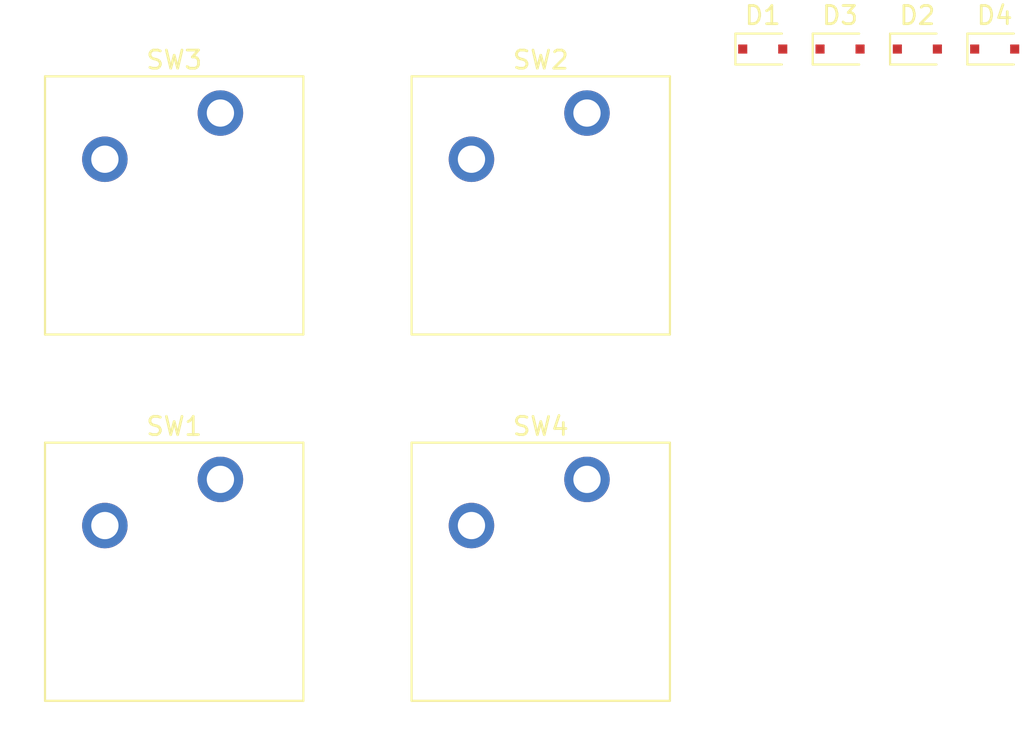
<source format=kicad_pcb>
(kicad_pcb (version 20211014) (generator pcbnew)
  (layers (0 "F.Cu" signal) (31 "B.Cu" signal) (34 "B.Paste" user) (35 "F.Paste" user) (36 "B.SilkS" user "B.Silkscreen") (37 "F.SilkS" user "F.Silkscreen") (38 "B.Mask" user) (39 "F.Mask" user) (44 "Edge.Cuts" user))
  (net 0 "")
  (net 1 "COL0")
  (net 2 "COL1")
  (net 3 "COL2")
  (net 4 "COL3")
  (net 5 "N$1")
  (net 6 "N$2")
  (net 7 "N$3")
  (net 8 "N$4")
  (net 9 "ROW0")
  (footprint "Diode_SMD:D_SOD-323F" (layer "F.Cu") (at 12.2 -28.75)
    (fp_text reference "D1" (at 0 -1.85) (layer "F.SilkS"))
    (fp_text value "D")
    (fp_line (start -1.5 -0.85) (end -1.5 0.85) (layer "F.SilkS") (width 0.12))
    (fp_line (start -1.5 0.85) (end 1.05 0.85) (layer "F.SilkS") (width 0.12))
    (fp_line (start -1.5 -0.85) (end 1.05 -0.85) (layer "F.SilkS") (width 0.12))
    (pad "1" smd rect locked (at -1.1 0) (size 0.5 0.5) (layers "F.Cu" "F.Paste" "F.Mask") (net 9 "ROW0"))
    (pad "2" smd rect locked (at 1.1 0) (size 0.5 0.5) (layers "F.Cu" "F.Paste" "F.Mask") (net 5 "N$1"))
  )
  (footprint "Diode_SMD:D_SOD-323F" (layer "F.Cu") (at 20.7 -28.75)
    (fp_text reference "D2" (at 0 -1.85) (layer "F.SilkS"))
    (fp_text value "D")
    (fp_line (start -1.5 -0.85) (end -1.5 0.85) (layer "F.SilkS") (width 0.12))
    (fp_line (start -1.5 -0.85) (end 1.05 -0.85) (layer "F.SilkS") (width 0.12))
    (fp_line (start -1.5 0.85) (end 1.05 0.85) (layer "F.SilkS") (width 0.12))
    (pad "1" smd rect locked (at -1.1 0) (size 0.5 0.5) (layers "F.Cu" "F.Paste" "F.Mask") (net 9 "ROW0"))
    (pad "2" smd rect locked (at 1.1 0) (size 0.5 0.5) (layers "F.Cu" "F.Paste" "F.Mask") (net 6 "N$2"))
  )
  (footprint "Diode_SMD:D_SOD-323F" (layer "F.Cu") (at 16.45 -28.75)
    (fp_text reference "D3" (at 0 -1.85) (layer "F.SilkS"))
    (fp_text value "D")
    (fp_line (start -1.5 -0.85) (end 1.05 -0.85) (layer "F.SilkS") (width 0.12))
    (fp_line (start -1.5 0.85) (end 1.05 0.85) (layer "F.SilkS") (width 0.12))
    (fp_line (start -1.5 -0.85) (end -1.5 0.85) (layer "F.SilkS") (width 0.12))
    (pad "1" smd rect locked (at -1.1 0) (size 0.5 0.5) (layers "F.Cu" "F.Paste" "F.Mask") (net 9 "ROW0"))
    (pad "2" smd rect locked (at 1.1 0) (size 0.5 0.5) (layers "F.Cu" "F.Paste" "F.Mask") (net 7 "N$3"))
  )
  (footprint "Diode_SMD:D_SOD-323F" (layer "F.Cu") (at 24.95 -28.75)
    (fp_text reference "D4" (at 0 -1.85) (layer "F.SilkS"))
    (fp_text value "D")
    (fp_line (start -1.5 -0.85) (end -1.5 0.85) (layer "F.SilkS") (width 0.12))
    (fp_line (start -1.5 0.85) (end 1.05 0.85) (layer "F.SilkS") (width 0.12))
    (fp_line (start -1.5 -0.85) (end 1.05 -0.85) (layer "F.SilkS") (width 0.12))
    (pad "1" smd rect locked (at -1.1 0) (size 0.5 0.5) (layers "F.Cu" "F.Paste" "F.Mask") (net 9 "ROW0"))
    (pad "2" smd rect locked (at 1.1 0) (size 0.5 0.5) (layers "F.Cu" "F.Paste" "F.Mask") (net 8 "N$4"))
  )
  (footprint "examples:SW_Cherry_MX_PCB_1.00u" (layer "F.Cu") (at -20.15 0)
    (fp_text reference "SW1" (at 0 -8) (layer "F.SilkS"))
    (fp_text value "SW_Push")
    (fp_line (start -7.1 7.1) (end 7.1 7.1) (layer "F.SilkS") (width 0.12))
    (fp_line (start 7.1 -7.1) (end -7.1 -7.1) (layer "F.SilkS") (width 0.12))
    (fp_line (start -7.1 -7.1) (end -7.1 7.1) (layer "F.SilkS") (width 0.12))
    (fp_line (start 7.1 7.1) (end 7.1 -7.1) (layer "F.SilkS") (width 0.12))
    (pad "" np_thru_hole circle locked (at 0 0) (size 4 4) (drill 4) (layers *.Cu *.Mask))
    (pad "" np_thru_hole circle locked (at -5.08 0) (size 1.75 1.75) (drill 1.75) (layers *.Cu *.Mask))
    (pad "" np_thru_hole circle locked (at 5.08 0) (size 1.75 1.75) (drill 1.75) (layers *.Cu *.Mask))
    (pad "1" thru_hole circle locked (at -3.81 -2.54) (size 2.5 2.5) (drill 1.5) (layers *.Cu "B.Mask") (net 1 "COL0"))
    (pad "2" thru_hole circle locked (at 2.54 -5.08) (size 2.5 2.5) (drill 1.5) (layers *.Cu "B.Mask") (net 5 "N$1"))
  )
  (footprint "examples:SW_Cherry_MX_PCB_1.00u" (layer "F.Cu") (at 0 -20.15)
    (fp_text reference "SW2" (at 0 -8) (layer "F.SilkS"))
    (fp_text value "SW_Push")
    (fp_line (start -7.1 7.1) (end 7.1 7.1) (layer "F.SilkS") (width 0.12))
    (fp_line (start -7.1 -7.1) (end -7.1 7.1) (layer "F.SilkS") (width 0.12))
    (fp_line (start 7.1 7.1) (end 7.1 -7.1) (layer "F.SilkS") (width 0.12))
    (fp_line (start 7.1 -7.1) (end -7.1 -7.1) (layer "F.SilkS") (width 0.12))
    (pad "" np_thru_hole circle locked (at 5.08 0) (size 1.75 1.75) (drill 1.75) (layers *.Cu *.Mask))
    (pad "" np_thru_hole circle locked (at 0 0) (size 4 4) (drill 4) (layers *.Cu *.Mask))
    (pad "" np_thru_hole circle locked (at -5.08 0) (size 1.75 1.75) (drill 1.75) (layers *.Cu *.Mask))
    (pad "1" thru_hole circle locked (at -3.81 -2.54) (size 2.5 2.5) (drill 1.5) (layers *.Cu "B.Mask") (net 2 "COL1"))
    (pad "2" thru_hole circle locked (at 2.54 -5.08) (size 2.5 2.5) (drill 1.5) (layers *.Cu "B.Mask") (net 6 "N$2"))
  )
  (footprint "examples:SW_Cherry_MX_PCB_1.00u" (layer "F.Cu") (at -20.15 -20.15)
    (fp_text reference "SW3" (at 0 -8) (layer "F.SilkS"))
    (fp_text value "SW_Push")
    (fp_line (start 7.1 -7.1) (end -7.1 -7.1) (layer "F.SilkS") (width 0.12))
    (fp_line (start -7.1 7.1) (end 7.1 7.1) (layer "F.SilkS") (width 0.12))
    (fp_line (start 7.1 7.1) (end 7.1 -7.1) (layer "F.SilkS") (width 0.12))
    (fp_line (start -7.1 -7.1) (end -7.1 7.1) (layer "F.SilkS") (width 0.12))
    (pad "" np_thru_hole circle locked (at 5.08 0) (size 1.75 1.75) (drill 1.75) (layers *.Cu *.Mask))
    (pad "" np_thru_hole circle locked (at 0 0) (size 4 4) (drill 4) (layers *.Cu *.Mask))
    (pad "" np_thru_hole circle locked (at -5.08 0) (size 1.75 1.75) (drill 1.75) (layers *.Cu *.Mask))
    (pad "1" thru_hole circle locked (at -3.81 -2.54) (size 2.5 2.5) (drill 1.5) (layers *.Cu "B.Mask") (net 3 "COL2"))
    (pad "2" thru_hole circle locked (at 2.54 -5.08) (size 2.5 2.5) (drill 1.5) (layers *.Cu "B.Mask") (net 7 "N$3"))
  )
  (footprint "examples:SW_Cherry_MX_PCB_1.00u" (layer "F.Cu") (at 0 0)
    (fp_text reference "SW4" (at 0 -8) (layer "F.SilkS"))
    (fp_text value "SW_Push")
    (fp_line (start -7.1 -7.1) (end -7.1 7.1) (layer "F.SilkS") (width 0.12))
    (fp_line (start -7.1 7.1) (end 7.1 7.1) (layer "F.SilkS") (width 0.12))
    (fp_line (start 7.1 7.1) (end 7.1 -7.1) (layer "F.SilkS") (width 0.12))
    (fp_line (start 7.1 -7.1) (end -7.1 -7.1) (layer "F.SilkS") (width 0.12))
    (pad "" np_thru_hole circle locked (at 0 0) (size 4 4) (drill 4) (layers *.Cu *.Mask))
    (pad "" np_thru_hole circle locked (at -5.08 0) (size 1.75 1.75) (drill 1.75) (layers *.Cu *.Mask))
    (pad "" np_thru_hole circle locked (at 5.08 0) (size 1.75 1.75) (drill 1.75) (layers *.Cu *.Mask))
    (pad "1" thru_hole circle locked (at -3.81 -2.54) (size 2.5 2.5) (drill 1.5) (layers *.Cu "B.Mask") (net 4 "COL3"))
    (pad "2" thru_hole circle locked (at 2.54 -5.08) (size 2.5 2.5) (drill 1.5) (layers *.Cu "B.Mask") (net 8 "N$4"))
  )
)
</source>
